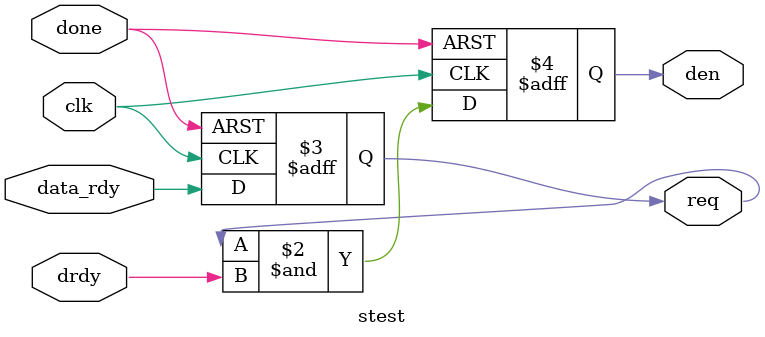
<source format=v>

module stest
(
input	wire	clk,
input	wire	data_rdy,
input	wire	drdy,
input	wire	done,
output	reg		req,
output	reg		den
);

always@(posedge clk, posedge done)
begin
	if(done)
	begin
		req = 0;
		den = 0;
	end
	else if(clk)
	begin
		req <= data_rdy;
		den <= req & drdy;
	end
end
endmodule


</source>
